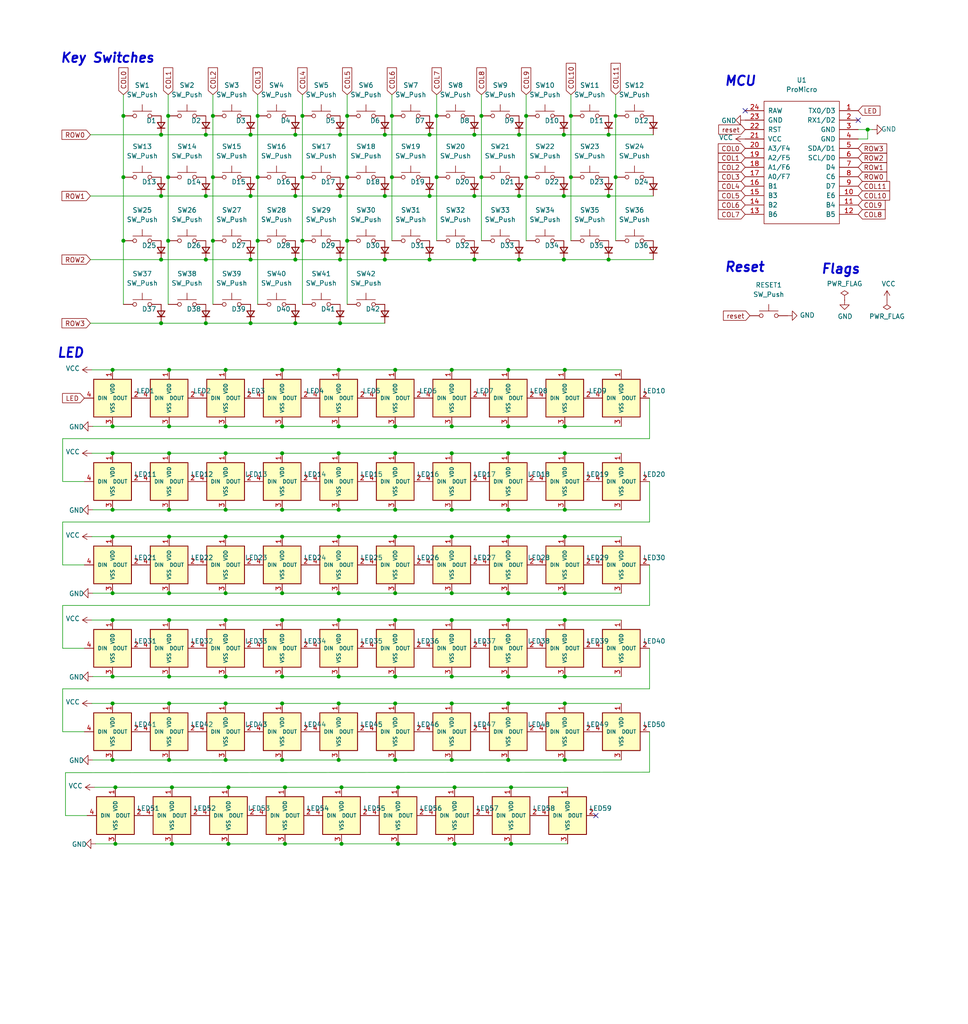
<source format=kicad_sch>
(kicad_sch (version 20211123) (generator eeschema)
  (paper "User" 260.985 275.996)
  (junction (at 106.553 204.851))
  (junction (at 43.434 52.832))
  (junction (at 67.564 52.832))
  (junction (at 121.793 159.893))
  (junction (at 91.313 144.653))
  (junction (at 91.313 204.851))
  (junction (at 115.824 69.977))
  (junction (at 107.315 212.217))
  (junction (at 121.793 167.132))
  (junction (at 137.033 137.414))
  (junction (at 103.759 52.832))
  (junction (at 137.033 122.174))
  (junction (at 76.073 144.653))
  (junction (at 60.833 122.174))
  (junction (at 60.833 204.851))
  (junction (at 137.033 167.132))
  (junction (at 91.313 167.132))
  (junction (at 152.273 189.611))
  (junction (at 141.859 47.752))
  (junction (at 76.073 159.893))
  (junction (at 127.889 36.322))
  (junction (at 106.553 189.611))
  (junction (at 79.629 36.322))
  (junction (at 30.353 144.653))
  (junction (at 30.353 122.174))
  (junction (at 122.555 212.217))
  (junction (at 121.793 182.372))
  (junction (at 91.313 114.935))
  (junction (at 45.593 114.935))
  (junction (at 33.274 31.242))
  (junction (at 91.313 182.372))
  (junction (at 164.084 52.832))
  (junction (at 45.593 167.132))
  (junction (at 60.833 182.372))
  (junction (at 93.599 47.752))
  (junction (at 57.404 64.897))
  (junction (at 45.593 99.695))
  (junction (at 152.019 52.832))
  (junction (at 60.833 167.132))
  (junction (at 76.073 137.414))
  (junction (at 43.434 36.322))
  (junction (at 152.273 99.695))
  (junction (at 33.274 64.897))
  (junction (at 121.793 137.414))
  (junction (at 30.353 204.851))
  (junction (at 152.273 114.935))
  (junction (at 45.593 122.174))
  (junction (at 121.793 114.935))
  (junction (at 57.404 31.242))
  (junction (at 153.924 47.752))
  (junction (at 76.073 189.611))
  (junction (at 127.889 69.977))
  (junction (at 91.694 52.832))
  (junction (at 152.019 69.977))
  (junction (at 61.595 212.217))
  (junction (at 121.793 144.653))
  (junction (at 152.273 122.174))
  (junction (at 122.555 227.457))
  (junction (at 106.553 167.132))
  (junction (at 55.499 87.122))
  (junction (at 233.934 34.925))
  (junction (at 137.795 227.457))
  (junction (at 139.954 52.832))
  (junction (at 91.313 189.611))
  (junction (at 92.075 227.457))
  (junction (at 46.355 212.217))
  (junction (at 79.629 69.977))
  (junction (at 91.694 69.977))
  (junction (at 43.434 87.122))
  (junction (at 55.499 69.977))
  (junction (at 152.273 182.372))
  (junction (at 69.469 31.242))
  (junction (at 137.033 182.372))
  (junction (at 76.073 114.935))
  (junction (at 91.313 122.174))
  (junction (at 60.833 99.695))
  (junction (at 152.273 204.851))
  (junction (at 76.073 99.695))
  (junction (at 127.889 52.832))
  (junction (at 115.824 52.832))
  (junction (at 137.033 114.935))
  (junction (at 137.033 99.695))
  (junction (at 106.553 144.653))
  (junction (at 106.553 122.174))
  (junction (at 76.073 182.372))
  (junction (at 30.353 167.132))
  (junction (at 164.084 36.322))
  (junction (at 103.759 36.322))
  (junction (at 117.729 31.242))
  (junction (at 106.553 159.893))
  (junction (at 105.664 31.242))
  (junction (at 93.599 31.242))
  (junction (at 79.629 87.122))
  (junction (at 60.833 159.893))
  (junction (at 92.075 212.217))
  (junction (at 30.353 159.893))
  (junction (at 165.989 31.242))
  (junction (at 31.115 212.217))
  (junction (at 152.019 36.322))
  (junction (at 76.073 122.174))
  (junction (at 93.599 64.897))
  (junction (at 45.593 144.653))
  (junction (at 45.339 31.242))
  (junction (at 81.534 64.897))
  (junction (at 60.833 144.653))
  (junction (at 105.664 47.752))
  (junction (at 91.313 159.893))
  (junction (at 45.593 189.611))
  (junction (at 45.593 204.851))
  (junction (at 46.355 227.457))
  (junction (at 153.924 31.242))
  (junction (at 60.833 137.414))
  (junction (at 45.339 64.897))
  (junction (at 121.793 204.851))
  (junction (at 33.274 47.752))
  (junction (at 164.084 69.977))
  (junction (at 45.593 159.893))
  (junction (at 137.795 212.217))
  (junction (at 30.353 137.414))
  (junction (at 137.033 189.611))
  (junction (at 106.553 137.414))
  (junction (at 30.353 182.372))
  (junction (at 57.404 47.752))
  (junction (at 137.033 159.893))
  (junction (at 43.434 69.977))
  (junction (at 55.499 52.832))
  (junction (at 31.115 227.457))
  (junction (at 141.859 31.242))
  (junction (at 115.824 36.322))
  (junction (at 106.553 99.695))
  (junction (at 152.273 137.414))
  (junction (at 60.833 189.611))
  (junction (at 91.313 99.695))
  (junction (at 137.033 204.851))
  (junction (at 67.564 87.122))
  (junction (at 76.073 204.851))
  (junction (at 103.759 69.977))
  (junction (at 30.353 99.695))
  (junction (at 152.273 144.653))
  (junction (at 152.273 167.132))
  (junction (at 139.954 36.322))
  (junction (at 91.694 36.322))
  (junction (at 91.694 87.122))
  (junction (at 67.564 69.977))
  (junction (at 152.273 159.893))
  (junction (at 106.553 114.935))
  (junction (at 55.499 36.322))
  (junction (at 139.954 69.977))
  (junction (at 137.033 144.653))
  (junction (at 79.629 52.832))
  (junction (at 121.793 189.611))
  (junction (at 91.313 137.414))
  (junction (at 69.469 64.897))
  (junction (at 69.469 47.752))
  (junction (at 45.593 137.414))
  (junction (at 76.835 227.457))
  (junction (at 61.595 227.457))
  (junction (at 45.339 47.752))
  (junction (at 106.553 182.372))
  (junction (at 60.833 114.935))
  (junction (at 30.353 189.611))
  (junction (at 76.073 167.132))
  (junction (at 121.793 122.174))
  (junction (at 121.793 99.695))
  (junction (at 165.989 47.752))
  (junction (at 107.315 227.457))
  (junction (at 81.534 31.242))
  (junction (at 76.835 212.217))
  (junction (at 45.593 182.372))
  (junction (at 81.534 47.752))
  (junction (at 30.353 114.935))
  (junction (at 129.794 31.242))
  (junction (at 67.564 36.322))
  (junction (at 117.729 47.752))
  (junction (at 129.794 47.752))
  (no_connect (at 200.914 29.845))
  (no_connect (at 160.655 219.837))
  (no_connect (at 231.394 32.385))
  (wire (pts (xy 60.833 189.611) (xy 76.073 189.611)))
  (wire (pts (xy 129.794 47.752) (xy 129.794 64.897)))
  (wire (pts (xy 152.273 99.695) (xy 167.513 99.695)))
  (wire (pts (xy 141.859 31.242) (xy 141.859 47.752)))
  (wire (pts (xy 43.434 36.322) (xy 55.499 36.322)))
  (wire (pts (xy 30.353 122.174) (xy 45.593 122.174)))
  (wire (pts (xy 121.793 189.611) (xy 137.033 189.611)))
  (wire (pts (xy 30.353 159.893) (xy 45.593 159.893)))
  (wire (pts (xy 61.595 227.457) (xy 76.835 227.457)))
  (wire (pts (xy 152.273 167.132) (xy 167.513 167.132)))
  (wire (pts (xy 91.313 144.653) (xy 106.553 144.653)))
  (wire (pts (xy 105.664 47.752) (xy 105.664 64.897)))
  (wire (pts (xy 55.499 52.832) (xy 67.564 52.832)))
  (wire (pts (xy 152.273 159.893) (xy 167.513 159.893)))
  (wire (pts (xy 91.694 87.122) (xy 103.759 87.122)))
  (wire (pts (xy 152.273 137.414) (xy 167.513 137.414)))
  (wire (pts (xy 231.394 34.925) (xy 233.934 34.925)))
  (wire (pts (xy 106.553 159.893) (xy 121.793 159.893)))
  (wire (pts (xy 93.599 25.527) (xy 93.599 31.242)))
  (wire (pts (xy 76.835 227.457) (xy 92.075 227.457)))
  (wire (pts (xy 57.404 25.527) (xy 57.404 31.242)))
  (wire (pts (xy 175.133 152.273) (xy 175.133 163.195)))
  (wire (pts (xy 139.954 52.832) (xy 152.019 52.832)))
  (wire (pts (xy 16.891 152.273) (xy 22.733 152.273)))
  (wire (pts (xy 30.353 137.414) (xy 45.593 137.414)))
  (wire (pts (xy 25.019 159.893) (xy 30.353 159.893)))
  (wire (pts (xy 45.593 122.174) (xy 60.833 122.174)))
  (wire (pts (xy 91.313 122.174) (xy 106.553 122.174)))
  (wire (pts (xy 25.527 212.217) (xy 31.115 212.217)))
  (wire (pts (xy 106.553 137.414) (xy 121.793 137.414)))
  (wire (pts (xy 24.384 52.832) (xy 43.434 52.832)))
  (wire (pts (xy 43.434 87.122) (xy 55.499 87.122)))
  (wire (pts (xy 165.989 47.752) (xy 165.989 64.897)))
  (wire (pts (xy 67.564 36.322) (xy 79.629 36.322)))
  (wire (pts (xy 121.793 182.372) (xy 137.033 182.372)))
  (wire (pts (xy 106.553 122.174) (xy 121.793 122.174)))
  (wire (pts (xy 55.499 36.322) (xy 67.564 36.322)))
  (wire (pts (xy 76.835 212.217) (xy 92.075 212.217)))
  (wire (pts (xy 16.891 174.752) (xy 22.733 174.752)))
  (wire (pts (xy 106.553 204.851) (xy 121.793 204.851)))
  (wire (pts (xy 122.555 227.457) (xy 137.795 227.457)))
  (wire (pts (xy 24.384 87.122) (xy 43.434 87.122)))
  (wire (pts (xy 106.553 144.653) (xy 121.793 144.653)))
  (wire (pts (xy 117.729 47.752) (xy 117.729 64.897)))
  (wire (pts (xy 33.274 47.752) (xy 33.274 64.897)))
  (wire (pts (xy 115.824 36.322) (xy 127.889 36.322)))
  (wire (pts (xy 121.793 144.653) (xy 137.033 144.653)))
  (wire (pts (xy 45.593 204.851) (xy 60.833 204.851)))
  (wire (pts (xy 24.765 189.611) (xy 30.353 189.611)))
  (wire (pts (xy 25.019 182.372) (xy 30.353 182.372)))
  (wire (pts (xy 45.593 144.653) (xy 60.833 144.653)))
  (wire (pts (xy 175.133 140.716) (xy 16.891 140.716)))
  (wire (pts (xy 30.353 144.653) (xy 45.593 144.653)))
  (wire (pts (xy 122.555 212.217) (xy 137.795 212.217)))
  (wire (pts (xy 93.599 64.897) (xy 93.599 82.042)))
  (wire (pts (xy 175.133 174.752) (xy 175.133 185.674)))
  (wire (pts (xy 79.629 52.832) (xy 91.694 52.832)))
  (wire (pts (xy 30.353 182.372) (xy 45.593 182.372)))
  (wire (pts (xy 76.073 167.132) (xy 91.313 167.132)))
  (wire (pts (xy 92.075 212.217) (xy 107.315 212.217)))
  (wire (pts (xy 103.759 36.322) (xy 115.824 36.322)))
  (wire (pts (xy 69.469 47.752) (xy 69.469 64.897)))
  (wire (pts (xy 81.534 31.242) (xy 81.534 47.752)))
  (wire (pts (xy 175.133 208.153) (xy 17.653 208.28)))
  (wire (pts (xy 46.355 227.457) (xy 61.595 227.457)))
  (wire (pts (xy 16.891 197.231) (xy 22.733 197.231)))
  (wire (pts (xy 175.133 118.237) (xy 16.891 118.237)))
  (wire (pts (xy 16.891 118.237) (xy 16.891 129.794)))
  (wire (pts (xy 76.073 182.372) (xy 91.313 182.372)))
  (wire (pts (xy 45.593 137.414) (xy 60.833 137.414)))
  (wire (pts (xy 127.889 52.832) (xy 139.954 52.832)))
  (wire (pts (xy 91.694 69.977) (xy 103.759 69.977)))
  (wire (pts (xy 16.891 174.752) (xy 16.891 163.195)))
  (wire (pts (xy 17.653 219.837) (xy 23.495 219.837)))
  (wire (pts (xy 45.593 189.611) (xy 60.833 189.611)))
  (wire (pts (xy 76.073 99.695) (xy 91.313 99.695)))
  (wire (pts (xy 91.694 52.832) (xy 103.759 52.832)))
  (wire (pts (xy 115.824 52.832) (xy 127.889 52.832)))
  (wire (pts (xy 16.891 152.273) (xy 16.891 140.716)))
  (wire (pts (xy 91.313 189.611) (xy 106.553 189.611)))
  (wire (pts (xy 30.353 167.132) (xy 45.593 167.132)))
  (wire (pts (xy 31.115 212.217) (xy 46.355 212.217)))
  (wire (pts (xy 121.793 159.893) (xy 137.033 159.893)))
  (wire (pts (xy 127.889 69.977) (xy 139.954 69.977)))
  (wire (pts (xy 67.564 69.977) (xy 79.629 69.977)))
  (wire (pts (xy 175.133 163.195) (xy 16.891 163.195)))
  (wire (pts (xy 139.954 36.322) (xy 152.019 36.322)))
  (wire (pts (xy 60.833 137.414) (xy 76.073 137.414)))
  (wire (pts (xy 141.859 25.527) (xy 141.859 31.242)))
  (wire (pts (xy 76.073 114.935) (xy 91.313 114.935)))
  (wire (pts (xy 76.073 204.851) (xy 91.313 204.851)))
  (wire (pts (xy 152.019 69.977) (xy 164.084 69.977)))
  (wire (pts (xy 153.924 25.527) (xy 153.924 31.242)))
  (wire (pts (xy 76.073 144.653) (xy 91.313 144.653)))
  (wire (pts (xy 60.833 99.695) (xy 76.073 99.695)))
  (wire (pts (xy 60.833 114.935) (xy 76.073 114.935)))
  (wire (pts (xy 60.833 122.174) (xy 76.073 122.174)))
  (wire (pts (xy 175.133 107.315) (xy 175.133 118.237)))
  (wire (pts (xy 92.075 227.457) (xy 107.315 227.457)))
  (wire (pts (xy 31.115 227.457) (xy 46.355 227.457)))
  (wire (pts (xy 121.793 167.132) (xy 137.033 167.132)))
  (wire (pts (xy 33.274 25.527) (xy 33.274 31.242)))
  (wire (pts (xy 137.033 99.695) (xy 152.273 99.695)))
  (wire (pts (xy 43.434 69.977) (xy 55.499 69.977)))
  (wire (pts (xy 91.694 36.322) (xy 103.759 36.322)))
  (wire (pts (xy 45.593 159.893) (xy 60.833 159.893)))
  (wire (pts (xy 175.133 185.674) (xy 16.891 185.674)))
  (wire (pts (xy 43.434 52.832) (xy 55.499 52.832)))
  (wire (pts (xy 60.833 204.851) (xy 76.073 204.851)))
  (wire (pts (xy 93.599 47.752) (xy 93.599 64.897)))
  (wire (pts (xy 33.274 31.242) (xy 33.274 47.752)))
  (wire (pts (xy 61.595 212.217) (xy 76.835 212.217)))
  (wire (pts (xy 107.315 212.217) (xy 122.555 212.217)))
  (wire (pts (xy 141.859 47.752) (xy 141.859 64.897)))
  (wire (pts (xy 91.313 137.414) (xy 106.553 137.414)))
  (wire (pts (xy 121.793 122.174) (xy 137.033 122.174)))
  (wire (pts (xy 175.133 129.794) (xy 175.133 140.716)))
  (wire (pts (xy 152.273 189.611) (xy 167.513 189.611)))
  (wire (pts (xy 79.629 87.122) (xy 91.694 87.122)))
  (wire (pts (xy 121.793 114.935) (xy 137.033 114.935)))
  (wire (pts (xy 129.794 31.242) (xy 129.794 47.752)))
  (wire (pts (xy 137.033 114.935) (xy 152.273 114.935)))
  (wire (pts (xy 152.273 114.935) (xy 167.513 114.935)))
  (wire (pts (xy 127.889 36.322) (xy 139.954 36.322)))
  (wire (pts (xy 137.033 137.414) (xy 152.273 137.414)))
  (wire (pts (xy 60.833 144.653) (xy 76.073 144.653)))
  (wire (pts (xy 139.954 69.977) (xy 152.019 69.977)))
  (wire (pts (xy 81.534 64.897) (xy 81.534 82.042)))
  (wire (pts (xy 45.339 64.897) (xy 45.339 82.042)))
  (wire (pts (xy 67.564 52.832) (xy 79.629 52.832)))
  (wire (pts (xy 137.033 189.611) (xy 152.273 189.611)))
  (wire (pts (xy 30.353 189.611) (xy 45.593 189.611)))
  (wire (pts (xy 45.593 182.372) (xy 60.833 182.372)))
  (wire (pts (xy 16.891 197.231) (xy 16.891 185.674)))
  (wire (pts (xy 33.274 64.897) (xy 33.274 82.042)))
  (wire (pts (xy 175.133 197.231) (xy 175.133 208.153)))
  (wire (pts (xy 137.033 204.851) (xy 152.273 204.851)))
  (wire (pts (xy 60.833 167.132) (xy 76.073 167.132)))
  (wire (pts (xy 106.553 99.695) (xy 121.793 99.695)))
  (wire (pts (xy 45.593 114.935) (xy 60.833 114.935)))
  (wire (pts (xy 69.469 25.527) (xy 69.469 31.242)))
  (wire (pts (xy 79.629 69.977) (xy 91.694 69.977)))
  (wire (pts (xy 152.273 204.851) (xy 167.513 204.851)))
  (wire (pts (xy 91.313 204.851) (xy 106.553 204.851)))
  (wire (pts (xy 24.384 69.977) (xy 43.434 69.977)))
  (wire (pts (xy 24.384 36.322) (xy 43.434 36.322)))
  (wire (pts (xy 76.073 159.893) (xy 91.313 159.893)))
  (wire (pts (xy 106.553 182.372) (xy 121.793 182.372)))
  (wire (pts (xy 153.924 47.752) (xy 153.924 64.897)))
  (wire (pts (xy 45.339 25.527) (xy 45.339 31.242)))
  (wire (pts (xy 45.339 31.242) (xy 45.339 47.752)))
  (wire (pts (xy 17.653 219.837) (xy 17.653 208.28)))
  (wire (pts (xy 91.313 99.695) (xy 106.553 99.695)))
  (wire (pts (xy 25.781 227.457) (xy 31.115 227.457)))
  (wire (pts (xy 69.469 31.242) (xy 69.469 47.752)))
  (wire (pts (xy 137.033 167.132) (xy 152.273 167.132)))
  (wire (pts (xy 45.339 47.752) (xy 45.339 64.897)))
  (wire (pts (xy 57.404 64.897) (xy 57.404 82.042)))
  (wire (pts (xy 117.729 31.242) (xy 117.729 47.752)))
  (wire (pts (xy 233.934 34.925) (xy 235.204 34.925)))
  (wire (pts (xy 45.593 167.132) (xy 60.833 167.132)))
  (wire (pts (xy 152.019 36.322) (xy 164.084 36.322)))
  (wire (pts (xy 25.019 114.935) (xy 30.353 114.935)))
  (wire (pts (xy 137.795 212.217) (xy 153.035 212.217)))
  (wire (pts (xy 46.355 212.217) (xy 61.595 212.217)))
  (wire (pts (xy 81.534 25.527) (xy 81.534 31.242)))
  (wire (pts (xy 103.759 52.832) (xy 115.824 52.832)))
  (wire (pts (xy 164.084 69.977) (xy 176.149 69.977)))
  (wire (pts (xy 152.273 144.653) (xy 167.513 144.653)))
  (wire (pts (xy 106.553 167.132) (xy 121.793 167.132)))
  (wire (pts (xy 129.794 25.527) (xy 129.794 31.242)))
  (wire (pts (xy 76.073 122.174) (xy 91.313 122.174)))
  (wire (pts (xy 107.315 227.457) (xy 122.555 227.457)))
  (wire (pts (xy 121.793 137.414) (xy 137.033 137.414)))
  (wire (pts (xy 67.564 87.122) (xy 79.629 87.122)))
  (wire (pts (xy 165.989 25.527) (xy 165.989 31.242)))
  (wire (pts (xy 24.765 167.132) (xy 30.353 167.132)))
  (wire (pts (xy 60.833 159.893) (xy 76.073 159.893)))
  (wire (pts (xy 81.534 47.752) (xy 81.534 64.897)))
  (wire (pts (xy 57.404 47.752) (xy 57.404 64.897)))
  (wire (pts (xy 164.084 36.322) (xy 176.149 36.322)))
  (wire (pts (xy 91.313 167.132) (xy 106.553 167.132)))
  (wire (pts (xy 24.765 122.174) (xy 30.353 122.174)))
  (wire (pts (xy 152.273 182.372) (xy 167.513 182.372)))
  (wire (pts (xy 152.273 122.174) (xy 167.513 122.174)))
  (wire (pts (xy 121.793 204.851) (xy 137.033 204.851)))
  (wire (pts (xy 25.019 137.414) (xy 30.353 137.414)))
  (wire (pts (xy 76.073 137.414) (xy 91.313 137.414)))
  (wire (pts (xy 93.599 31.242) (xy 93.599 47.752)))
  (wire (pts (xy 79.629 36.322) (xy 91.694 36.322)))
  (wire (pts (xy 121.793 99.695) (xy 137.033 99.695)))
  (wire (pts (xy 233.934 37.465) (xy 233.934 34.925)))
  (wire (pts (xy 55.499 69.977) (xy 67.564 69.977)))
  (wire (pts (xy 24.765 99.695) (xy 30.353 99.695)))
  (wire (pts (xy 165.989 31.242) (xy 165.989 47.752)))
  (wire (pts (xy 30.353 204.851) (xy 45.593 204.851)))
  (wire (pts (xy 106.553 114.935) (xy 121.793 114.935)))
  (wire (pts (xy 91.313 114.935) (xy 106.553 114.935)))
  (wire (pts (xy 164.084 52.832) (xy 176.149 52.832)))
  (wire (pts (xy 106.553 189.611) (xy 121.793 189.611)))
  (wire (pts (xy 231.394 37.465) (xy 233.934 37.465)))
  (wire (pts (xy 57.404 31.242) (xy 57.404 47.752)))
  (wire (pts (xy 117.729 25.527) (xy 117.729 31.242)))
  (wire (pts (xy 24.765 144.653) (xy 30.353 144.653)))
  (wire (pts (xy 137.033 144.653) (xy 152.273 144.653)))
  (wire (pts (xy 60.833 182.372) (xy 76.073 182.372)))
  (wire (pts (xy 137.033 122.174) (xy 152.273 122.174)))
  (wire (pts (xy 115.824 69.977) (xy 127.889 69.977)))
  (wire (pts (xy 30.353 99.695) (xy 45.593 99.695)))
  (wire (pts (xy 105.664 31.242) (xy 105.664 47.752)))
  (wire (pts (xy 30.353 114.935) (xy 45.593 114.935)))
  (wire (pts (xy 137.033 182.372) (xy 152.273 182.372)))
  (wire (pts (xy 91.313 159.893) (xy 106.553 159.893)))
  (wire (pts (xy 76.073 189.611) (xy 91.313 189.611)))
  (wire (pts (xy 137.795 227.457) (xy 153.035 227.457)))
  (wire (pts (xy 105.664 25.527) (xy 105.664 31.242)))
  (wire (pts (xy 137.033 159.893) (xy 152.273 159.893)))
  (wire (pts (xy 45.593 99.695) (xy 60.833 99.695)))
  (wire (pts (xy 69.469 64.897) (xy 69.469 82.042)))
  (wire (pts (xy 153.924 31.242) (xy 153.924 47.752)))
  (wire (pts (xy 16.891 129.794) (xy 22.733 129.794)))
  (wire (pts (xy 91.313 182.372) (xy 106.553 182.372)))
  (wire (pts (xy 55.499 87.122) (xy 67.564 87.122)))
  (wire (pts (xy 152.019 52.832) (xy 164.084 52.832)))
  (wire (pts (xy 25.019 204.851) (xy 30.353 204.851)))
  (wire (pts (xy 103.759 69.977) (xy 115.824 69.977)))
  (text "LED" (at 15.24 96.774 0) (effects (font (size 2.54 2.54) (thickness 0.508) bold italic) (justify left bottom)))
  (text "Flags" (at 221.234 74.168 0) (effects (font (size 2.54 2.54) (thickness 0.508) bold italic) (justify left bottom)))
  (text "MCU" (at 195.199 23.495 0) (effects (font (size 2.54 2.54) (thickness 0.508) bold italic) (justify left bottom)))
  (text "Reset" (at 195.199 73.66 0) (effects (font (size 2.54 2.54) (thickness 0.508) bold italic) (justify left bottom)))
  (text "Key Switches" (at 16.129 17.272 0) (effects (font (size 2.54 2.54) (thickness 0.508) bold italic) (justify left bottom)))
  (global_label "COL3" (shape input) (at 69.469 25.527 90) (property "Intersheet References" "${INTERSHEET_REFS}" (effects hide)))
  (global_label "ROW2" (shape input) (at 231.394 42.545 0) (property "Intersheet References" "${INTERSHEET_REFS}" (effects hide)))
  (global_label "ROW0" (shape input) (at 231.394 47.625 0) (property "Intersheet References" "${INTERSHEET_REFS}" (effects hide)))
  (global_label "COL0" (shape input) (at 200.914 40.005 180) (property "Intersheet References" "${INTERSHEET_REFS}" (effects hide)))
  (global_label "COL10" (shape input) (at 153.924 25.527 90) (property "Intersheet References" "${INTERSHEET_REFS}" (effects hide)))
  (global_label "ROW1" (shape input) (at 231.394 45.085 0) (property "Intersheet References" "${INTERSHEET_REFS}" (effects hide)))
  (global_label "ROW1" (shape input) (at 24.384 52.832 180) (property "Intersheet References" "${INTERSHEET_REFS}" (effects hide)))
  (global_label "COL4" (shape input) (at 81.534 25.527 90) (property "Intersheet References" "${INTERSHEET_REFS}" (effects hide)))
  (global_label "COL5" (shape input) (at 93.599 25.527 90) (property "Intersheet References" "${INTERSHEET_REFS}" (effects hide)))
  (global_label "COL4" (shape input) (at 200.914 50.165 180) (property "Intersheet References" "${INTERSHEET_REFS}" (effects hide)))
  (global_label "COL2" (shape input) (at 57.404 25.527 90) (property "Intersheet References" "${INTERSHEET_REFS}" (effects hide)))
  (global_label "COL6" (shape input) (at 200.914 55.245 180) (property "Intersheet References" "${INTERSHEET_REFS}" (effects hide)))
  (global_label "reset" (shape input) (at 202.184 85.09 180) (property "シート間のリファレンス" "${INTERSHEET_REFS}" (effects hide)))
  (global_label "COL7" (shape input) (at 200.914 57.785 180) (property "Intersheet References" "${INTERSHEET_REFS}" (effects hide)))
  (global_label "LED" (shape input) (at 231.394 29.845 0) (property "シート間のリファレンス" "${INTERSHEET_REFS}" (effects hide)))
  (global_label "COL9" (shape input) (at 231.394 55.245 0) (property "Intersheet References" "${INTERSHEET_REFS}" (effects hide)))
  (global_label "COL2" (shape input) (at 200.914 45.085 180) (property "Intersheet References" "${INTERSHEET_REFS}" (effects hide)))
  (global_label "COL0" (shape input) (at 33.274 25.527 90) (property "Intersheet References" "${INTERSHEET_REFS}" (effects hide)))
  (global_label "ROW3" (shape input) (at 231.394 40.005 0) (property "Intersheet References" "${INTERSHEET_REFS}" (effects hide)))
  (global_label "COL11" (shape input) (at 165.989 25.527 90) (property "Intersheet References" "${INTERSHEET_REFS}" (effects hide)))
  (global_label "COL8" (shape input) (at 129.794 25.527 90) (property "Intersheet References" "${INTERSHEET_REFS}" (effects hide)))
  (global_label "ROW0" (shape input) (at 24.384 36.322 180) (property "Intersheet References" "${INTERSHEET_REFS}" (effects hide)))
  (global_label "COL5" (shape input) (at 200.914 52.705 180) (property "Intersheet References" "${INTERSHEET_REFS}" (effects hide)))
  (global_label "reset" (shape input) (at 200.914 34.925 180) (property "シート間のリファレンス" "${INTERSHEET_REFS}" (effects hide)))
  (global_label "COL8" (shape input) (at 231.394 57.785 0) (property "Intersheet References" "${INTERSHEET_REFS}" (effects hide)))
  (global_label "COL1" (shape input) (at 200.914 42.545 180) (property "Intersheet References" "${INTERSHEET_REFS}" (effects hide)))
  (global_label "COL6" (shape input) (at 105.664 25.527 90) (property "Intersheet References" "${INTERSHEET_REFS}" (effects hide)))
  (global_label "COL11" (shape input) (at 231.394 50.165 0) (property "Intersheet References" "${INTERSHEET_REFS}" (effects hide)))
  (global_label "COL9" (shape input) (at 141.859 25.527 90) (property "Intersheet References" "${INTERSHEET_REFS}" (effects hide)))
  (global_label "COL3" (shape input) (at 200.914 47.625 180) (property "Intersheet References" "${INTERSHEET_REFS}" (effects hide)))
  (global_label "ROW2" (shape input) (at 24.384 69.977 180) (property "Intersheet References" "${INTERSHEET_REFS}" (effects hide)))
  (global_label "COL7" (shape input) (at 117.729 25.527 90) (property "Intersheet References" "${INTERSHEET_REFS}" (effects hide)))
  (global_label "LED" (shape input) (at 22.733 107.315 180) (property "シート間のリファレンス" "${INTERSHEET_REFS}" (effects hide)))
  (global_label "COL10" (shape input) (at 231.394 52.705 0) (property "Intersheet References" "${INTERSHEET_REFS}" (effects hide)))
  (global_label "ROW3" (shape input) (at 24.384 87.122 180) (property "Intersheet References" "${INTERSHEET_REFS}" (effects hide)))
  (global_label "COL1" (shape input) (at 45.339 25.527 90) (property "Intersheet References" "${INTERSHEET_REFS}" (effects hide)))
  (symbol (lib_id "Noraneko:SK6812MINI-E") (at 45.593 129.794 0) (unit 1)
    (property "Reference" "LED12" (at 54.483 127.8496 0))
    (property "Value" "SK6812MINI-E" (effects hide))
    (property "Footprint" "Noraneko:SK6812MINI-E" (effects hide))
  )
  (symbol (lib_id "Device:D_Small") (at 43.434 84.582 90) (unit 1)
    (property "Reference" "D37" (at 42.164 83.312 90) (effects (justify left)))
    (property "Value" "D" (effects hide))
    (property "Footprint" "Noraneko:1N4148W" (effects hide))
    (property "LCSC" "C81598" (effects hide))
  )
  (symbol (lib_id "Switch:SW_Push") (at 50.419 82.042 0) (unit 1)
    (property "Reference" "SW38" (at 50.419 73.787 0))
    (property "Value" "SW_Push" (at 50.419 76.327 0))
    (property "Footprint" "Noraneko:MX_Socket" (effects hide))
  )
  (symbol (lib_id "Switch:SW_Push") (at 74.549 64.897 0) (unit 1)
    (property "Reference" "SW28" (at 74.549 56.642 0))
    (property "Value" "SW_Push" (at 74.549 59.182 0))
    (property "Footprint" "Noraneko:MX_Socket" (effects hide))
  )
  (symbol (lib_id "Switch:SW_Push") (at 50.419 47.752 0) (unit 1)
    (property "Reference" "SW14" (at 50.419 39.497 0))
    (property "Value" "SW_Push" (at 50.419 42.037 0))
    (property "Footprint" "Noraneko:MX_Socket" (effects hide))
  )
  (symbol (lib_id "Noraneko:SK6812MINI-E") (at 45.593 107.315 0) (unit 1)
    (property "Reference" "LED2" (at 54.483 105.3706 0))
    (property "Value" "SK6812MINI-E" (effects hide))
    (property "Footprint" "Noraneko:SK6812MINI-E" (effects hide))
  )
  (symbol (lib_id "Switch:SW_Push") (at 122.809 64.897 0) (unit 1)
    (property "Reference" "SW32" (at 122.809 56.642 0))
    (property "Value" "SW_Push" (at 122.809 59.182 0))
    (property "Footprint" "Noraneko:MX_Socket" (effects hide))
  )
  (symbol (lib_id "Noraneko:ProMicro") (at 216.154 45.085 0) (unit 1)
    (property "Reference" "U1" (at 216.154 21.59 0))
    (property "Value" "ProMicro" (at 216.154 24.13 0))
    (property "Footprint" "Noraneko:Pro_Micro" (effects hide))
  )
  (symbol (lib_id "Noraneko:SK6812MINI-E") (at 106.553 174.752 0) (unit 1)
    (property "Reference" "LED36" (at 115.443 172.8076 0))
    (property "Value" "SK6812MINI-E" (effects hide))
    (property "Footprint" "Noraneko:SK6812MINI-E" (effects hide))
  )
  (symbol (lib_id "Noraneko:SK6812MINI-E") (at 76.073 107.315 0) (unit 1)
    (property "Reference" "LED4" (at 84.963 105.3706 0))
    (property "Value" "SK6812MINI-E" (effects hide))
    (property "Footprint" "Noraneko:SK6812MINI-E" (effects hide))
  )
  (symbol (lib_id "Noraneko:SK6812MINI-E") (at 121.793 129.794 0) (unit 1)
    (property "Reference" "LED17" (at 130.683 127.8496 0))
    (property "Value" "SK6812MINI-E" (effects hide))
    (property "Footprint" "Noraneko:SK6812MINI-E" (effects hide))
  )
  (symbol (lib_id "Noraneko:SK6812MINI-E") (at 91.313 174.752 0) (unit 1)
    (property "Reference" "LED35" (at 100.203 172.8076 0))
    (property "Value" "SK6812MINI-E" (effects hide))
    (property "Footprint" "Noraneko:SK6812MINI-E" (effects hide))
  )
  (symbol (lib_id "Noraneko:SK6812MINI-E") (at 167.513 174.752 0) (unit 1)
    (property "Reference" "LED40" (at 176.403 172.8076 0))
    (property "Value" "SK6812MINI-E" (effects hide))
    (property "Footprint" "Noraneko:SK6812MINI-E" (effects hide))
  )
  (symbol (lib_id "Switch:SW_Push") (at 171.069 31.242 0) (unit 1)
    (property "Reference" "SW12" (at 171.069 22.987 0))
    (property "Value" "SW_Push" (at 171.069 25.527 0))
    (property "Footprint" "Noraneko:MX_Socket" (effects hide))
  )
  (symbol (lib_id "power:GND") (at 25.019 114.935 270) (unit 1)
    (property "Reference" "#PWR08" (effects hide))
    (property "Value" "GND" (at 20.6248 115.062 90))
  )
  (symbol (lib_id "Switch:SW_Push") (at 50.419 64.897 0) (unit 1)
    (property "Reference" "SW26" (at 50.419 56.642 0))
    (property "Value" "SW_Push" (at 50.419 59.182 0))
    (property "Footprint" "Noraneko:MX_Socket" (effects hide))
  )
  (symbol (lib_id "Noraneko:SK6812MINI-E") (at 91.313 152.273 0) (unit 1)
    (property "Reference" "LED25" (at 100.203 150.3286 0))
    (property "Value" "SK6812MINI-E" (effects hide))
    (property "Footprint" "Noraneko:SK6812MINI-E" (effects hide))
  )
  (symbol (lib_id "Switch:SW_Push") (at 38.354 47.752 0) (unit 1)
    (property "Reference" "SW13" (at 38.354 39.497 0))
    (property "Value" "SW_Push" (at 38.354 42.037 0))
    (property "Footprint" "Noraneko:MX_Socket" (effects hide))
  )
  (symbol (lib_id "Noraneko:SK6812MINI-E") (at 76.073 174.752 0) (unit 1)
    (property "Reference" "LED34" (at 84.963 172.8076 0))
    (property "Value" "SK6812MINI-E" (effects hide))
    (property "Footprint" "Noraneko:SK6812MINI-E" (effects hide))
  )
  (symbol (lib_id "Device:D_Small") (at 176.149 33.782 90) (unit 1)
    (property "Reference" "D12" (at 174.879 32.512 90) (effects (justify left)))
    (property "Value" "D" (effects hide))
    (property "Footprint" "Noraneko:1N4148W" (effects hide))
    (property "LCSC" "C81598" (effects hide))
  )
  (symbol (lib_id "Noraneko:SK6812MINI-E") (at 107.315 219.837 0) (unit 1)
    (property "Reference" "LED56" (at 116.205 217.8926 0))
    (property "Value" "SK6812MINI-E" (effects hide))
    (property "Footprint" "Noraneko:SK6812MINI-E" (effects hide))
  )
  (symbol (lib_id "Device:D_Small") (at 164.084 67.437 90) (unit 1)
    (property "Reference" "D35" (at 162.814 66.167 90) (effects (justify left)))
    (property "Value" "D" (effects hide))
    (property "Footprint" "Noraneko:1N4148W" (effects hide))
    (property "LCSC" "C81598" (effects hide))
  )
  (symbol (lib_id "Noraneko:SK6812MINI-E") (at 60.833 174.752 0) (unit 1)
    (property "Reference" "LED33" (at 69.088 172.8076 0))
    (property "Value" "SK6812MINI-E" (effects hide))
    (property "Footprint" "Noraneko:SK6812MINI-E" (effects hide))
  )
  (symbol (lib_id "Device:D_Small") (at 176.149 67.437 90) (unit 1)
    (property "Reference" "D36" (at 174.879 66.167 90) (effects (justify left)))
    (property "Value" "D" (effects hide))
    (property "Footprint" "Noraneko:1N4148W" (effects hide))
    (property "LCSC" "C81598" (effects hide))
  )
  (symbol (lib_id "Switch:SW_Push") (at 134.874 31.242 0) (unit 1)
    (property "Reference" "SW9" (at 134.874 22.987 0))
    (property "Value" "SW_Push" (at 134.874 25.527 0))
    (property "Footprint" "Noraneko:MX_Socket" (effects hide))
  )
  (symbol (lib_id "Device:D_Small") (at 152.019 33.782 90) (unit 1)
    (property "Reference" "D10" (at 150.749 32.512 90) (effects (justify left)))
    (property "Value" "D" (effects hide))
    (property "Footprint" "Noraneko:1N4148W" (effects hide))
    (property "LCSC" "C81598" (effects hide))
  )
  (symbol (lib_id "power:GND") (at 25.019 159.893 270) (unit 1)
    (property "Reference" "#PWR012" (effects hide))
    (property "Value" "GND" (at 20.6248 160.02 90))
  )
  (symbol (lib_id "Noraneko:SK6812MINI-E") (at 91.313 107.315 0) (unit 1)
    (property "Reference" "LED5" (at 100.203 105.3706 0))
    (property "Value" "SK6812MINI-E" (effects hide))
    (property "Footprint" "Noraneko:SK6812MINI-E" (effects hide))
  )
  (symbol (lib_id "Switch:SW_Push") (at 86.614 47.752 0) (unit 1)
    (property "Reference" "SW17" (at 86.614 39.497 0))
    (property "Value" "SW_Push" (at 86.614 42.037 0))
    (property "Footprint" "Noraneko:MX_Socket" (effects hide))
  )
  (symbol (lib_id "Noraneko:SK6812MINI-E") (at 45.593 174.752 0) (unit 1)
    (property "Reference" "LED32" (at 54.483 172.8076 0))
    (property "Value" "SK6812MINI-E" (effects hide))
    (property "Footprint" "Noraneko:SK6812MINI-E" (effects hide))
  )
  (symbol (lib_id "Device:D_Small") (at 43.434 50.292 90) (unit 1)
    (property "Reference" "D13" (at 42.164 49.022 90) (effects (justify left)))
    (property "Value" "D" (effects hide))
    (property "Footprint" "Noraneko:1N4148W" (effects hide))
    (property "LCSC" "C81598" (effects hide))
  )
  (symbol (lib_id "Noraneko:SK6812MINI-E") (at 152.273 129.794 0) (unit 1)
    (property "Reference" "LED19" (at 161.163 127.8496 0))
    (property "Value" "SK6812MINI-E" (effects hide))
    (property "Footprint" "Noraneko:SK6812MINI-E" (effects hide))
  )
  (symbol (lib_id "power:PWR_FLAG") (at 227.711 80.899 0) (unit 1)
    (property "Reference" "#FLG01" (effects hide))
    (property "Value" "PWR_FLAG" (at 227.711 76.4794 0))
  )
  (symbol (lib_id "Switch:SW_Push") (at 171.069 64.897 0) (unit 1)
    (property "Reference" "SW36" (at 171.069 56.642 0))
    (property "Value" "SW_Push" (at 171.069 59.182 0))
    (property "Footprint" "Noraneko:MX_Socket" (effects hide))
  )
  (symbol (lib_id "power:VCC") (at 24.765 189.611 90) (unit 1)
    (property "Reference" "#PWR015" (effects hide))
    (property "Value" "VCC" (at 21.5392 189.23 90) (effects (justify left)))
  )
  (symbol (lib_id "Device:D_Small") (at 67.564 67.437 90) (unit 1)
    (property "Reference" "D27" (at 66.294 66.167 90) (effects (justify left)))
    (property "Value" "D" (effects hide))
    (property "Footprint" "Noraneko:1N4148W" (effects hide))
    (property "LCSC" "C81598" (effects hide))
  )
  (symbol (lib_id "Noraneko:SK6812MINI-E") (at 152.273 174.752 0) (unit 1)
    (property "Reference" "LED39" (at 161.163 172.8076 0))
    (property "Value" "SK6812MINI-E" (effects hide))
    (property "Footprint" "Noraneko:SK6812MINI-E" (effects hide))
  )
  (symbol (lib_id "Noraneko:SK6812MINI-E") (at 137.033 107.315 0) (unit 1)
    (property "Reference" "LED8" (at 145.288 105.3706 0))
    (property "Value" "SK6812MINI-E" (effects hide))
    (property "Footprint" "Noraneko:SK6812MINI-E" (effects hide))
  )
  (symbol (lib_id "Switch:SW_Push") (at 86.614 64.897 0) (unit 1)
    (property "Reference" "SW29" (at 86.614 56.642 0))
    (property "Value" "SW_Push" (at 86.614 59.182 0))
    (property "Footprint" "Noraneko:MX_Socket" (effects hide))
  )
  (symbol (lib_id "Noraneko:SK6812MINI-E") (at 45.593 152.273 0) (unit 1)
    (property "Reference" "LED22" (at 54.483 150.3286 0))
    (property "Value" "SK6812MINI-E" (effects hide))
    (property "Footprint" "Noraneko:SK6812MINI-E" (effects hide))
  )
  (symbol (lib_id "Noraneko:SK6812MINI-E") (at 121.793 152.273 0) (unit 1)
    (property "Reference" "LED27" (at 130.683 150.3286 0))
    (property "Value" "SK6812MINI-E" (effects hide))
    (property "Footprint" "Noraneko:SK6812MINI-E" (effects hide))
  )
  (symbol (lib_id "Switch:SW_Push") (at 146.939 64.897 0) (unit 1)
    (property "Reference" "SW34" (at 146.939 56.642 0))
    (property "Value" "SW_Push" (at 146.939 59.182 0))
    (property "Footprint" "Noraneko:MX_Socket" (effects hide))
  )
  (symbol (lib_id "Switch:SW_Push") (at 110.744 64.897 0) (unit 1)
    (property "Reference" "SW31" (at 110.744 56.642 0))
    (property "Value" "SW_Push" (at 110.744 59.182 0))
    (property "Footprint" "Noraneko:MX_Socket" (effects hide))
  )
  (symbol (lib_id "Noraneko:SK6812MINI-E") (at 91.313 197.231 0) (unit 1)
    (property "Reference" "LED45" (at 100.203 195.2866 0))
    (property "Value" "SK6812MINI-E" (effects hide))
    (property "Footprint" "Noraneko:SK6812MINI-E" (effects hide))
  )
  (symbol (lib_id "power:GND") (at 25.019 137.414 270) (unit 1)
    (property "Reference" "#PWR010" (effects hide))
    (property "Value" "GND" (at 20.6248 137.541 90))
  )
  (symbol (lib_id "Noraneko:SK6812MINI-E") (at 76.073 152.273 0) (unit 1)
    (property "Reference" "LED24" (at 84.963 150.3286 0))
    (property "Value" "SK6812MINI-E" (effects hide))
    (property "Footprint" "Noraneko:SK6812MINI-E" (effects hide))
  )
  (symbol (lib_id "Noraneko:SK6812MINI-E") (at 76.073 197.231 0) (unit 1)
    (property "Reference" "LED44" (at 84.963 195.2866 0))
    (property "Value" "SK6812MINI-E" (effects hide))
    (property "Footprint" "Noraneko:SK6812MINI-E" (effects hide))
  )
  (symbol (lib_id "Switch:SW_Push") (at 62.484 82.042 0) (unit 1)
    (property "Reference" "SW39" (at 62.484 73.787 0))
    (property "Value" "SW_Push" (at 62.484 76.327 0))
    (property "Footprint" "Noraneko:MX_Socket" (effects hide))
  )
  (symbol (lib_id "power:VCC") (at 24.765 144.653 90) (unit 1)
    (property "Reference" "#PWR011" (effects hide))
    (property "Value" "VCC" (at 21.5392 144.272 90) (effects (justify left)))
  )
  (symbol (lib_id "Noraneko:SK6812MINI-E") (at 106.553 107.315 0) (unit 1)
    (property "Reference" "LED6" (at 115.443 105.3706 0))
    (property "Value" "SK6812MINI-E" (effects hide))
    (property "Footprint" "Noraneko:SK6812MINI-E" (effects hide))
  )
  (symbol (lib_id "Switch:SW_Push") (at 74.549 47.752 0) (unit 1)
    (property "Reference" "SW16" (at 74.549 39.497 0))
    (property "Value" "SW_Push" (at 74.549 42.037 0))
    (property "Footprint" "Noraneko:MX_Socket" (effects hide))
  )
  (symbol (lib_id "Noraneko:SK6812MINI-E") (at 106.553 152.273 0) (unit 1)
    (property "Reference" "LED26" (at 115.443 150.3286 0))
    (property "Value" "SK6812MINI-E" (effects hide))
    (property "Footprint" "Noraneko:SK6812MINI-E" (effects hide))
  )
  (symbol (lib_id "Device:D_Small") (at 67.564 33.782 90) (unit 1)
    (property "Reference" "D3" (at 66.294 32.512 90) (effects (justify left)))
    (property "Value" "D" (effects hide))
    (property "Footprint" "Noraneko:1N4148W" (effects hide))
    (property "LCSC" "C81598" (effects hide))
  )
  (symbol (lib_id "Noraneko:SK6812MINI-E") (at 106.553 129.794 0) (unit 1)
    (property "Reference" "LED16" (at 115.443 127.8496 0))
    (property "Value" "SK6812MINI-E" (effects hide))
    (property "Footprint" "Noraneko:SK6812MINI-E" (effects hide))
  )
  (symbol (lib_id "Switch:SW_Push") (at 62.484 64.897 0) (unit 1)
    (property "Reference" "SW27" (at 62.484 56.642 0))
    (property "Value" "SW_Push" (at 62.484 59.182 0))
    (property "Footprint" "Noraneko:MX_Socket" (effects hide))
  )
  (symbol (lib_id "Switch:SW_Push") (at 134.874 47.752 0) (unit 1)
    (property "Reference" "SW21" (at 134.874 39.497 0))
    (property "Value" "SW_Push" (at 134.874 42.037 0))
    (property "Footprint" "Noraneko:MX_Socket" (effects hide))
  )
  (symbol (lib_id "Noraneko:SK6812MINI-E") (at 121.793 197.231 0) (unit 1)
    (property "Reference" "LED47" (at 130.683 195.2866 0))
    (property "Value" "SK6812MINI-E" (effects hide))
    (property "Footprint" "Noraneko:SK6812MINI-E" (effects hide))
  )
  (symbol (lib_id "Noraneko:SK6812MINI-E") (at 152.273 197.231 0) (unit 1)
    (property "Reference" "LED49" (at 161.163 195.2866 0))
    (property "Value" "SK6812MINI-E" (effects hide))
    (property "Footprint" "Noraneko:SK6812MINI-E" (effects hide))
  )
  (symbol (lib_id "power:GND") (at 25.781 227.457 270) (unit 1)
    (property "Reference" "#PWR018" (effects hide))
    (property "Value" "GND" (at 21.3868 227.584 90))
  )
  (symbol (lib_id "power:GND") (at 200.914 32.385 270) (unit 1)
    (property "Reference" "#PWR01" (effects hide))
    (property "Value" "GND" (at 196.5198 32.512 90))
  )
  (symbol (lib_id "power:GND") (at 235.204 34.925 90) (unit 1)
    (property "Reference" "#PWR02" (effects hide))
    (property "Value" "GND" (at 239.5982 34.798 90))
  )
  (symbol (lib_id "Switch:SW_Push") (at 159.004 64.897 0) (unit 1)
    (property "Reference" "SW35" (at 159.004 56.642 0))
    (property "Value" "SW_Push" (at 159.004 59.182 0))
    (property "Footprint" "Noraneko:MX_Socket" (effects hide))
  )
  (symbol (lib_id "Switch:SW_Push") (at 98.679 31.242 0) (unit 1)
    (property "Reference" "SW6" (at 98.679 22.987 0))
    (property "Value" "SW_Push" (at 98.679 25.527 0))
    (property "Footprint" "Noraneko:MX_Socket" (effects hide))
  )
  (symbol (lib_id "power:GND") (at 25.019 204.851 270) (unit 1)
    (property "Reference" "#PWR016" (effects hide))
    (property "Value" "GND" (at 20.6248 204.978 90))
  )
  (symbol (lib_id "Switch:SW_Push") (at 74.549 82.042 0) (unit 1)
    (property "Reference" "SW40" (at 74.549 73.787 0))
    (property "Value" "SW_Push" (at 74.549 76.327 0))
    (property "Footprint" "Noraneko:MX_Socket" (effects hide))
  )
  (symbol (lib_id "Switch:SW_Push") (at 62.484 31.242 0) (unit 1)
    (property "Reference" "SW3" (at 62.484 22.987 0))
    (property "Value" "SW_Push" (at 62.484 25.527 0))
    (property "Footprint" "Noraneko:MX_Socket" (effects hide))
  )
  (symbol (lib_id "Switch:SW_Push") (at 38.354 82.042 0) (unit 1)
    (property "Reference" "SW37" (at 38.354 73.787 0))
    (property "Value" "SW_Push" (at 38.354 76.327 0))
    (property "Footprint" "Noraneko:MX_Socket" (effects hide))
  )
  (symbol (lib_id "Device:D_Small") (at 127.889 67.437 90) (unit 1)
    (property "Reference" "D32" (at 126.619 66.167 90) (effects (justify left)))
    (property "Value" "D" (effects hide))
    (property "Footprint" "Noraneko:1N4148W" (effects hide))
    (property "LCSC" "C81598" (effects hide))
  )
  (symbol (lib_id "Noraneko:SK6812MINI-E") (at 76.835 219.837 0) (unit 1)
    (property "Reference" "LED54" (at 85.725 217.8926 0))
    (property "Value" "SK6812MINI-E" (effects hide))
    (property "Footprint" "Noraneko:SK6812MINI-E" (effects hide))
  )
  (symbol (lib_id "Device:D_Small") (at 139.954 33.782 90) (unit 1)
    (property "Reference" "D9" (at 138.684 32.512 90) (effects (justify left)))
    (property "Value" "D" (effects hide))
    (property "Footprint" "Noraneko:1N4148W" (effects hide))
    (property "LCSC" "C81598" (effects hide))
  )
  (symbol (lib_id "Switch:SW_Push") (at 38.354 31.242 0) (unit 1)
    (property "Reference" "SW1" (at 38.354 22.987 0))
    (property "Value" "SW_Push" (at 38.354 25.527 0))
    (property "Footprint" "Noraneko:MX_Socket" (effects hide))
  )
  (symbol (lib_id "Noraneko:SK6812MINI-E") (at 30.353 197.231 0) (unit 1)
    (property "Reference" "LED41" (at 39.243 195.2866 0))
    (property "Value" "SK6812MINI-E" (effects hide))
    (property "Footprint" "Noraneko:SK6812MINI-E" (effects hide))
  )
  (symbol (lib_id "Device:D_Small") (at 91.694 33.782 90) (unit 1)
    (property "Reference" "D5" (at 90.424 32.512 90) (effects (justify left)))
    (property "Value" "D" (effects hide))
    (property "Footprint" "Noraneko:1N4148W" (effects hide))
    (property "LCSC" "C81598" (effects hide))
  )
  (symbol (lib_id "Device:D_Small") (at 115.824 50.292 90) (unit 1)
    (property "Reference" "D19" (at 114.554 49.022 90) (effects (justify left)))
    (property "Value" "D" (effects hide))
    (property "Footprint" "Noraneko:1N4148W" (effects hide))
    (property "LCSC" "C81598" (effects hide))
  )
  (symbol (lib_id "Device:D_Small") (at 91.694 50.292 90) (unit 1)
    (property "Reference" "D17" (at 90.424 49.022 90) (effects (justify left)))
    (property "Value" "D" (effects hide))
    (property "Footprint" "Noraneko:1N4148W" (effects hide))
    (property "LCSC" "C81598" (effects hide))
  )
  (symbol (lib_id "power:VCC") (at 24.765 167.132 90) (unit 1)
    (property "Reference" "#PWR013" (effects hide))
    (property "Value" "VCC" (at 21.5392 166.751 90) (effects (justify left)))
  )
  (symbol (lib_id "Switch:SW_Push") (at 146.939 31.242 0) (unit 1)
    (property "Reference" "SW10" (at 146.939 22.987 0))
    (property "Value" "SW_Push" (at 146.939 25.527 0))
    (property "Footprint" "Noraneko:MX_Socket" (effects hide))
  )
  (symbol (lib_id "Device:D_Small") (at 176.149 50.292 90) (unit 1)
    (property "Reference" "D24" (at 174.879 49.022 90) (effects (justify left)))
    (property "Value" "D" (effects hide))
    (property "Footprint" "Noraneko:1N4148W" (effects hide))
    (property "LCSC" "C81598" (effects hide))
  )
  (symbol (lib_id "power:GND") (at 212.344 85.09 90) (unit 1)
    (property "Reference" "#PWR06" (effects hide))
    (property "Value" "GND" (at 215.5952 84.963 90) (effects (justify right)))
  )
  (symbol (lib_id "Device:D_Small") (at 43.434 33.782 90) (unit 1)
    (property "Reference" "D1" (at 42.164 32.512 90) (effects (justify left)))
    (property "Value" "D" (effects hide))
    (property "Footprint" "Noraneko:1N4148W" (effects hide))
    (property "LCSC" "C81598" (effects hide))
  )
  (symbol (lib_id "Switch:SW_Push") (at 86.614 82.042 0) (unit 1)
    (property "Reference" "SW41" (at 86.614 73.787 0))
    (property "Value" "SW_Push" (at 86.614 76.327 0))
    (property "Footprint" "Noraneko:MX_Socket" (effects hide))
  )
  (symbol (lib_id "Device:D_Small") (at 127.889 50.292 90) (unit 1)
    (property "Reference" "D20" (at 126.619 49.022 90) (effects (justify left)))
    (property "Value" "D" (effects hide))
    (property "Footprint" "Noraneko:1N4148W" (effects hide))
    (property "LCSC" "C81598" (effects hide))
  )
  (symbol (lib_id "power:PWR_FLAG") (at 239.141 80.899 180) (unit 1)
    (property "Reference" "#FLG02" (effects hide))
    (property "Value" "PWR_FLAG" (at 239.141 85.2932 0))
  )
  (symbol (lib_id "power:VCC") (at 239.141 80.899 0) (unit 1)
    (property "Reference" "#PWR05" (effects hide))
    (property "Value" "VCC" (at 239.5728 76.5048 0))
  )
  (symbol (lib_id "Switch:SW_Push") (at 38.354 64.897 0) (unit 1)
    (property "Reference" "SW25" (at 38.354 56.642 0))
    (property "Value" "SW_Push" (at 38.354 59.182 0))
    (property "Footprint" "Noraneko:MX_Socket" (effects hide))
  )
  (symbol (lib_id "Noraneko:SK6812MINI-E") (at 122.555 219.837 0) (unit 1)
    (property "Reference" "LED57" (at 131.445 217.8926 0))
    (property "Value" "SK6812MINI-E" (effects hide))
    (property "Footprint" "Noraneko:SK6812MINI-E" (effects hide))
  )
  (symbol (lib_id "power:VCC") (at 25.527 212.217 90) (unit 1)
    (property "Reference" "#PWR017" (effects hide))
    (property "Value" "VCC" (at 22.3012 211.836 90) (effects (justify left)))
  )
  (symbol (lib_id "Noraneko:SK6812MINI-E") (at 137.795 219.837 0) (unit 1)
    (property "Reference" "LED58" (at 146.685 217.8926 0))
    (property "Value" "SK6812MINI-E" (effects hide))
    (property "Footprint" "Noraneko:SK6812MINI-E" (effects hide))
  )
  (symbol (lib_id "Noraneko:SK6812MINI-E") (at 30.353 107.315 0) (unit 1)
    (property "Reference" "LED1" (at 39.243 105.3706 0))
    (property "Value" "SK6812MINI-E" (effects hide))
    (property "Footprint" "Noraneko:SK6812MINI-E" (effects hide))
  )
  (symbol (lib_id "power:GND") (at 25.019 182.372 270) (unit 1)
    (property "Reference" "#PWR014" (effects hide))
    (property "Value" "GND" (at 20.6248 182.499 90))
  )
  (symbol (lib_id "Noraneko:SK6812MINI-E") (at 152.273 107.315 0) (unit 1)
    (property "Reference" "LED9" (at 161.163 105.3706 0))
    (property "Value" "SK6812MINI-E" (effects hide))
    (property "Footprint" "Noraneko:SK6812MINI-E" (effects hide))
  )
  (symbol (lib_id "Device:D_Small") (at 103.759 33.782 90) (unit 1)
    (property "Reference" "D6" (at 102.489 32.512 90) (effects (justify left)))
    (property "Value" "D" (effects hide))
    (property "Footprint" "Noraneko:1N4148W" (effects hide))
    (property "LCSC" "C81598" (effects hide))
  )
  (symbol (lib_id "Device:D_Small") (at 127.889 33.782 90) (unit 1)
    (property "Reference" "D8" (at 126.619 32.512 90) (effects (justify left)))
    (property "Value" "D" (effects hide))
    (property "Footprint" "Noraneko:1N4148W" (effects hide))
    (property "LCSC" "C81598" (effects hide))
  )
  (symbol (lib_id "Noraneko:SK6812MINI-E") (at 152.273 152.273 0) (unit 1)
    (property "Reference" "LED29" (at 161.163 150.3286 0))
    (property "Value" "SK6812MINI-E" (effects hide))
    (property "Footprint" "Noraneko:SK6812MINI-E" (effects hide))
  )
  (symbol (lib_id "Device:D_Small") (at 55.499 50.292 90) (unit 1)
    (property "Reference" "D14" (at 54.229 49.022 90) (effects (justify left)))
    (property "Value" "D" (effects hide))
    (property "Footprint" "Noraneko:1N4148W" (effects hide))
    (property "LCSC" "C81598" (effects hide))
  )
  (symbol (lib_id "Device:D_Small") (at 55.499 33.782 90) (unit 1)
    (property "Reference" "D2" (at 54.229 32.512 90) (effects (justify left)))
    (property "Value" "D" (effects hide))
    (property "Footprint" "Noraneko:1N4148W" (effects hide))
    (property "LCSC" "C81598" (effects hide))
  )
  (symbol (lib_id "Noraneko:SK6812MINI-E") (at 167.513 107.315 0) (unit 1)
    (property "Reference" "LED10" (at 176.403 105.3706 0))
    (property "Value" "SK6812MINI-E" (effects hide))
    (property "Footprint" "Noraneko:SK6812MINI-E" (effects hide))
  )
  (symbol (lib_id "Noraneko:SK6812MINI-E") (at 167.513 152.273 0) (unit 1)
    (property "Reference" "LED30" (at 176.403 150.3286 0))
    (property "Value" "SK6812MINI-E" (effects hide))
    (property "Footprint" "Noraneko:SK6812MINI-E" (effects hide))
  )
  (symbol (lib_id "Noraneko:SK6812MINI-E") (at 137.033 152.273 0) (unit 1)
    (property "Reference" "LED28" (at 145.288 150.3286 0))
    (property "Value" "SK6812MINI-E" (effects hide))
    (property "Footprint" "Noraneko:SK6812MINI-E" (effects hide))
  )
  (symbol (lib_id "Noraneko:SK6812MINI-E") (at 46.355 219.837 0) (unit 1)
    (property "Reference" "LED52" (at 55.245 217.8926 0))
    (property "Value" "SK6812MINI-E" (effects hide))
    (property "Footprint" "Noraneko:SK6812MINI-E" (effects hide))
  )
  (symbol (lib_id "Device:D_Small") (at 79.629 67.437 90) (unit 1)
    (property "Reference" "D28" (at 78.359 66.167 90) (effects (justify left)))
    (property "Value" "D" (effects hide))
    (property "Footprint" "Noraneko:1N4148W" (effects hide))
    (property "LCSC" "C81598" (effects hide))
  )
  (symbol (lib_id "Device:D_Small") (at 139.954 50.292 90) (unit 1)
    (property "Reference" "D21" (at 138.684 49.022 90) (effects (justify left)))
    (property "Value" "D" (effects hide))
    (property "Footprint" "Noraneko:1N4148W" (effects hide))
    (property "LCSC" "C81598" (effects hide))
  )
  (symbol (lib_id "Switch:SW_Push") (at 98.679 47.752 0) (unit 1)
    (property "Reference" "SW18" (at 98.679 39.497 0))
    (property "Value" "SW_Push" (at 98.679 42.037 0))
    (property "Footprint" "Noraneko:MX_Socket" (effects hide))
  )
  (symbol (lib_id "Device:D_Small") (at 67.564 50.292 90) (unit 1)
    (property "Reference" "D15" (at 66.294 49.022 90) (effects (justify left)))
    (property "Value" "D" (effects hide))
    (property "Footprint" "Noraneko:1N4148W" (effects hide))
    (property "LCSC" "C81598" (effects hide))
  )
  (symbol (lib_id "Noraneko:SK6812MINI-E") (at 30.353 174.752 0) (unit 1)
    (property "Reference" "LED31" (at 39.243 172.8076 0))
    (property "Value" "SK6812MINI-E" (effects hide))
    (property "Footprint" "Noraneko:SK6812MINI-E" (effects hide))
  )
  (symbol (lib_id "Noraneko:SK6812MINI-E") (at 137.033 129.794 0) (unit 1)
    (property "Reference" "LED18" (at 145.288 127.8496 0))
    (property "Value" "SK6812MINI-E" (effects hide))
    (property "Footprint" "Noraneko:SK6812MINI-E" (effects hide))
  )
  (symbol (lib_id "Noraneko:SK6812MINI-E") (at 60.833 107.315 0) (unit 1)
    (property "Reference" "LED3" (at 69.088 105.3706 0))
    (property "Value" "SK6812MINI-E" (effects hide))
    (property "Footprint" "Noraneko:SK6812MINI-E" (effects hide))
  )
  (symbol (lib_id "Device:D_Small") (at 43.434 67.437 90) (unit 1)
    (property "Reference" "D25" (at 42.164 66.167 90) (effects (justify left)))
    (property "Value" "D" (effects hide))
    (property "Footprint" "Noraneko:1N4148W" (effects hide))
    (property "LCSC" "C81598" (effects hide))
  )
  (symbol (lib_id "Noraneko:SK6812MINI-E") (at 30.353 129.794 0) (unit 1)
    (property "Reference" "LED11" (at 39.243 127.8496 0))
    (property "Value" "SK6812MINI-E" (effects hide))
    (property "Footprint" "Noraneko:SK6812MINI-E" (effects hide))
  )
  (symbol (lib_id "Device:D_Small") (at 79.629 33.782 90) (unit 1)
    (property "Reference" "D4" (at 78.359 32.512 90) (effects (justify left)))
    (property "Value" "D" (effects hide))
    (property "Footprint" "Noraneko:1N4148W" (effects hide))
    (property "LCSC" "C81598" (effects hide))
  )
  (symbol (lib_id "Noraneko:SK6812MINI-E") (at 60.833 152.273 0) (unit 1)
    (property "Reference" "LED23" (at 69.088 150.3286 0))
    (property "Value" "SK6812MINI-E" (effects hide))
    (property "Footprint" "Noraneko:SK6812MINI-E" (effects hide))
  )
  (symbol (lib_id "Device:D_Small") (at 152.019 50.292 90) (unit 1)
    (property "Reference" "D22" (at 150.749 49.022 90) (effects (justify left)))
    (property "Value" "D" (effects hide))
    (property "Footprint" "Noraneko:1N4148W" (effects hide))
    (property "LCSC" "C81598" (effects hide))
  )
  (symbol (lib_id "Noraneko:SK6812MINI-E") (at 61.595 219.837 0) (unit 1)
    (property "Reference" "LED53" (at 69.85 217.8926 0))
    (property "Value" "SK6812MINI-E" (effects hide))
    (property "Footprint" "Noraneko:SK6812MINI-E" (effects hide))
  )
  (symbol (lib_id "Switch:SW_Push") (at 74.549 31.242 0) (unit 1)
    (property "Reference" "SW4" (at 74.549 22.987 0))
    (property "Value" "SW_Push" (at 74.549 25.527 0))
    (property "Footprint" "Noraneko:MX_Socket" (effects hide))
  )
  (symbol (lib_id "Switch:SW_Push") (at 62.484 47.752 0) (unit 1)
    (property "Reference" "SW15" (at 62.484 39.497 0))
    (property "Value" "SW_Push" (at 62.484 42.037 0))
    (property "Footprint" "Noraneko:MX_Socket" (effects hide))
  )
  (symbol (lib_id "Device:D_Small") (at 164.084 50.292 90) (unit 1)
    (property "Reference" "D23" (at 162.814 49.022 90) (effects (justify left)))
    (property "Value" "D" (effects hide))
    (property "Footprint" "Noraneko:1N4148W" (effects hide))
    (property "LCSC" "C81598" (effects hide))
  )
  (symbol (lib_id "Device:D_Small") (at 103.759 67.437 90) (unit 1)
    (property "Reference" "D30" (at 102.489 66.167 90) (effects (justify left)))
    (property "Value" "D" (effects hide))
    (property "Footprint" "Noraneko:1N4148W" (effects hide))
    (property "LCSC" "C81598" (effects hide))
  )
  (symbol (lib_id "Noraneko:SK6812MINI-E") (at 60.833 129.794 0) (unit 1)
    (property "Reference" "LED13" (at 69.088 127.8496 0))
    (property "Value" "SK6812MINI-E" (effects hide))
    (property "Footprint" "Noraneko:SK6812MINI-E" (effects hide))
  )
  (symbol (lib_id "Switch:SW_Push") (at 171.069 47.752 0) (unit 1)
    (property "Reference" "SW24" (at 171.069 39.497 0))
    (property "Value" "SW_Push" (at 171.069 42.037 0))
    (property "Footprint" "Noraneko:MX_Socket" (effects hide))
  )
  (symbol (lib_id "Noraneko:SK6812MINI-E") (at 45.593 197.231 0) (unit 1)
    (property "Reference" "LED42" (at 54.483 195.2866 0))
    (property "Value" "SK6812MINI-E" (effects hide))
    (property "Footprint" "Noraneko:SK6812MINI-E" (effects hide))
  )
  (symbol (lib_id "Noraneko:SK6812MINI-E") (at 30.353 152.273 0) (unit 1)
    (property "Reference" "LED21" (at 39.243 150.3286 0))
    (property "Value" "SK6812MINI-E" (effects hide))
    (property "Footprint" "Noraneko:SK6812MINI-E" (effects hide))
  )
  (symbol (lib_id "Device:D_Small") (at 91.694 84.582 90) (unit 1)
    (property "Reference" "D41" (at 90.424 83.312 90) (effects (justify left)))
    (property "Value" "D" (effects hide))
    (property "Footprint" "Noraneko:1N4148W" (effects hide))
    (property "LCSC" "C81598" (effects hide))
  )
  (symbol (lib_id "Switch:SW_Push") (at 146.939 47.752 0) (unit 1)
    (property "Reference" "SW22" (at 146.939 39.497 0))
    (property "Value" "SW_Push" (at 146.939 42.037 0))
    (property "Footprint" "Noraneko:MX_Socket" (effects hide))
  )
  (symbol (lib_id "Switch:SW_Push") (at 159.004 31.242 0) (unit 1)
    (property "Reference" "SW11" (at 159.004 22.987 0))
    (property "Value" "SW_Push" (at 159.004 25.527 0))
    (property "Footprint" "Noraneko:MX_Socket" (effects hide))
  )
  (symbol (lib_id "Noraneko:SK6812MINI-E") (at 167.513 197.231 0) (unit 1)
    (property "Reference" "LED50" (at 176.403 195.2866 0))
    (property "Value" "SK6812MINI-E" (effects hide))
    (property "Footprint" "Noraneko:SK6812MINI-E" (effects hide))
  )
  (symbol (lib_id "Noraneko:SK6812MINI-E") (at 137.033 197.231 0) (unit 1)
    (property "Reference" "LED48" (at 145.288 195.2866 0))
    (property "Value" "SK6812MINI-E" (effects hide))
    (property "Footprint" "Noraneko:SK6812MINI-E" (effects hide))
  )
  (symbol (lib_id "Switch:SW_Push") (at 110.744 47.752 0) (unit 1)
    (property "Reference" "SW19" (at 110.744 39.497 0))
    (property "Value" "SW_Push" (at 110.744 42.037 0))
    (property "Footprint" "Noraneko:MX_Socket" (effects hide))
  )
  (symbol (lib_id "Noraneko:SK6812MINI-E") (at 121.793 107.315 0) (unit 1)
    (property "Reference" "LED7" (at 130.683 105.3706 0))
    (property "Value" "SK6812MINI-E" (effects hide))
    (property "Footprint" "Noraneko:SK6812MINI-E" (effects hide))
  )
  (symbol (lib_id "Device:D_Small") (at 55.499 84.582 90) (unit 1)
    (property "Reference" "D38" (at 54.229 83.312 90) (effects (justify left)))
    (property "Value" "D" (effects hide))
    (property "Footprint" "Noraneko:1N4148W" (effects hide))
    (property "LCSC" "C81598" (effects hide))
  )
  (symbol (lib_id "Device:D_Small") (at 103.759 50.292 90) (unit 1)
    (property "Reference" "D18" (at 102.489 49.022 90) (effects (justify left)))
    (property "Value" "D" (effects hide))
    (property "Footprint" "Noraneko:1N4148W" (effects hide))
    (property "LCSC" "C81598" (effects hide))
  )
  (symbol (lib_id "Device:D_Small") (at 152.019 67.437 90) (unit 1)
    (property "Reference" "D34" (at 150.749 66.167 90) (effects (justify left)))
    (property "Value" "D" (effects hide))
    (property "Footprint" "Noraneko:1N4148W" (effects hide))
    (property "LCSC" "C81598" (effects hide))
  )
  (symbol (lib_id "Noraneko:SK6812MINI-E") (at 76.073 129.794 0) (unit 1)
    (property "Reference" "LED14" (at 84.963 127.8496 0))
    (property "Value" "SK6812MINI-E" (effects hide))
    (property "Footprint" "Noraneko:SK6812MINI-E" (effects hide))
  )
  (symbol (lib_id "Switch:SW_Push") (at 98.679 64.897 0) (unit 1)
    (property "Reference" "SW30" (at 98.679 56.642 0))
    (property "Value" "SW_Push" (at 98.679 59.182 0))
    (property "Footprint" "Noraneko:MX_Socket" (effects hide))
  )
  (symbol (lib_id "Device:D_Small") (at 139.954 67.437 90) (unit 1)
    (property "Reference" "D33" (at 138.684 66.167 90) (effects (justify left)))
    (property "Value" "D" (effects hide))
    (property "Footprint" "Noraneko:1N4148W" (effects hide))
    (property "LCSC" "C81598" (effects hide))
  )
  (symbol (lib_id "power:VCC") (at 24.765 122.174 90) (unit 1)
    (property "Reference" "#PWR09" (effects hide))
    (property "Value" "VCC" (at 21.5392 121.793 90) (effects (justify left)))
  )
  (symbol (lib_id "Device:D_Small") (at 79.629 84.582 90) (unit 1)
    (property "Reference" "D40" (at 78.359 83.312 90) (effects (justify left)))
    (property "Value" "D" (effects hide))
    (property "Footprint" "Noraneko:1N4148W" (effects hide))
    (property "LCSC" "C81598" (effects hide))
  )
  (symbol (lib_id "Device:D_Small") (at 67.564 84.582 90) (unit 1)
    (property "Reference" "D39" (at 66.294 83.312 90) (effects (justify left)))
    (property "Value" "D" (effects hide))
    (property "Footprint" "Noraneko:1N4148W" (effects hide))
    (property "LCSC" "C81598" (effects hide))
  )
  (symbol (lib_id "Noraneko:SK6812MINI-E") (at 121.793 174.752 0) (unit 1)
    (property "Reference" "LED37" (at 130.683 172.8076 0))
    (property "Value" "SK6812MINI-E" (effects hide))
    (property "Footprint" "Noraneko:SK6812MINI-E" (effects hide))
  )
  (symbol (lib_id "power:VCC") (at 24.765 99.695 90) (unit 1)
    (property "Reference" "#PWR07" (effects hide))
    (property "Value" "VCC" (at 21.5392 99.314 90) (effects (justify left)))
  )
  (symbol (lib_id "Switch:SW_Push") (at 207.264 85.09 0) (unit 1)
    (property "Reference" "RESET1" (at 207.264 76.835 0))
    (property "Value" "SW_Push" (at 207.264 79.375 0))
    (property "Footprint" "Connector_PinHeader_2.54mm:PinHeader_1x02_P2.54mm_Vertical" (effects hide))
  )
  (symbol (lib_id "power:VCC") (at 200.914 37.465 90) (unit 1)
    (property "Reference" "#PWR03" (effects hide))
    (property "Value" "VCC" (at 197.6882 37.084 90) (effects (justify left)))
  )
  (symbol (lib_id "Device:D_Small") (at 115.824 67.437 90) (unit 1)
    (property "Reference" "D31" (at 114.554 66.167 90) (effects (justify left)))
    (property "Value" "D" (effects hide))
    (property "Footprint" "Noraneko:1N4148W" (effects hide))
    (property "LCSC" "C81598" (effects hide))
  )
  (symbol (lib_id "power:GND") (at 227.711 80.899 0) (unit 1)
    (property "Reference" "#PWR04" (effects hide))
    (property "Value" "GND" (at 227.838 85.2932 0))
  )
  (symbol (lib_id "Device:D_Small") (at 55.499 67.437 90) (unit 1)
    (property "Reference" "D26" (at 54.229 66.167 90) (effects (justify left)))
    (property "Value" "D" (effects hide))
    (property "Footprint" "Noraneko:1N4148W" (effects hide))
    (property "LCSC" "C81598" (effects hide))
  )
  (symbol (lib_id "Noraneko:SK6812MINI-E") (at 60.833 197.231 0) (unit 1)
    (property "Reference" "LED43" (at 69.088 195.2866 0))
    (property "Value" "SK6812MINI-E" (effects hide))
    (property "Footprint" "Noraneko:SK6812MINI-E" (effects hide))
  )
  (symbol (lib_id "Noraneko:SK6812MINI-E") (at 92.075 219.837 0) (unit 1)
    (property "Reference" "LED55" (at 100.965 217.8926 0))
    (property "Value" "SK6812MINI-E" (effects hide))
    (property "Footprint" "Noraneko:SK6812MINI-E" (effects hide))
  )
  (symbol (lib_id "Switch:SW_Push") (at 86.614 31.242 0) (unit 1)
    (property "Reference" "SW5" (at 86.614 22.987 0))
    (property "Value" "SW_Push" (at 86.614 25.527 0))
    (property "Footprint" "Noraneko:MX_Socket" (effects hide))
  )
  (symbol (lib_id "Device:D_Small") (at 115.824 33.782 90) (unit 1)
    (property "Reference" "D7" (at 114.554 32.512 90) (effects (justify left)))
    (property "Value" "D" (effects hide))
    (property "Footprint" "Noraneko:1N4148W" (effects hide))
    (property "LCSC" "C81598" (effects hide))
  )
  (symbol (lib_id "Switch:SW_Push") (at 110.744 31.242 0) (unit 1)
    (property "Reference" "SW7" (at 110.744 22.987 0))
    (property "Value" "SW_Push" (at 110.744 25.527 0))
    (property "Footprint" "Noraneko:MX_Socket" (effects hide))
  )
  (symbol (lib_id "Switch:SW_Push") (at 134.874 64.897 0) (unit 1)
    (property "Reference" "SW33" (at 134.874 56.642 0))
    (property "Value" "SW_Push" (at 134.874 59.182 0))
    (property "Footprint" "Noraneko:MX_Socket" (effects hide))
  )
  (symbol (lib_id "Device:D_Small") (at 79.629 50.292 90) (unit 1)
    (property "Reference" "D16" (at 78.359 49.022 90) (effects (justify left)))
    (property "Value" "D" (effects hide))
    (property "Footprint" "Noraneko:1N4148W" (effects hide))
    (property "LCSC" "C81598" (effects hide))
  )
  (symbol (lib_id "Device:D_Small") (at 164.084 33.782 90) (unit 1)
    (property "Reference" "D11" (at 162.814 32.512 90) (effects (justify left)))
    (property "Value" "D" (effects hide))
    (property "Footprint" "Noraneko:1N4148W" (effects hide))
    (property "LCSC" "C81598" (effects hide))
  )
  (symbol (lib_id "Device:D_Small") (at 103.759 84.582 90) (unit 1)
    (property "Reference" "D42" (at 102.489 83.312 90) (effects (justify left)))
    (property "Value" "D" (effects hide))
    (property "Footprint" "Noraneko:1N4148W" (effects hide))
    (property "LCSC" "C81598" (effects hide))
  )
  (symbol (lib_id "Noraneko:SK6812MINI-E") (at 153.035 219.837 0) (unit 1)
    (property "Reference" "LED59" (at 161.925 217.8926 0))
    (property "Value" "SK6812MINI-E" (effects hide))
    (property "Footprint" "Noraneko:SK6812MINI-E" (effects hide))
  )
  (symbol (lib_id "Noraneko:SK6812MINI-E") (at 106.553 197.231 0) (unit 1)
    (property "Reference" "LED46" (at 115.443 195.2866 0))
    (property "Value" "SK6812MINI-E" (effects hide))
    (property "Footprint" "Noraneko:SK6812MINI-E" (effects hide))
  )
  (symbol (lib_id "Switch:SW_Push") (at 98.679 82.042 0) (unit 1)
    (property "Reference" "SW42" (at 98.679 73.787 0))
    (property "Value" "SW_Push" (at 98.679 76.327 0))
    (property "Footprint" "Noraneko:MX_Socket" (effects hide))
  )
  (symbol (lib_id "Switch:SW_Push") (at 159.004 47.752 0) (unit 1)
    (property "Reference" "SW23" (at 159.004 39.497 0))
    (property "Value" "SW_Push" (at 159.004 42.037 0))
    (property "Footprint" "Noraneko:MX_Socket" (effects hide))
  )
  (symbol (lib_id "Switch:SW_Push") (at 122.809 47.752 0) (unit 1)
    (property "Reference" "SW20" (at 122.809 39.497 0))
    (property "Value" "SW_Push" (at 122.809 42.037 0))
    (property "Footprint" "Noraneko:MX_Socket" (effects hide))
  )
  (symbol (lib_id "Noraneko:SK6812MINI-E") (at 167.513 129.794 0) (unit 1)
    (property "Reference" "LED20" (at 176.403 127.8496 0))
    (property "Value" "SK6812MINI-E" (effects hide))
    (property "Footprint" "Noraneko:SK6812MINI-E" (effects hide))
  )
  (symbol (lib_id "Switch:SW_Push") (at 122.809 31.242 0) (unit 1)
    (property "Reference" "SW8" (at 122.809 22.987 0))
    (property "Value" "SW_Push" (at 122.809 25.527 0))
    (property "Footprint" "Noraneko:MX_Socket" (effects hide))
  )
  (symbol (lib_id "Noraneko:SK6812MINI-E") (at 137.033 174.752 0) (unit 1)
    (property "Reference" "LED38" (at 145.288 172.8076 0))
    (property "Value" "SK6812MINI-E" (effects hide))
    (property "Footprint" "Noraneko:SK6812MINI-E" (effects hide))
  )
  (symbol (lib_id "Device:D_Small") (at 91.694 67.437 90) (unit 1)
    (property "Reference" "D29" (at 90.424 66.167 90) (effects (justify left)))
    (property "Value" "D" (effects hide))
    (property "Footprint" "Noraneko:1N4148W" (effects hide))
    (property "LCSC" "C81598" (effects hide))
  )
  (symbol (lib_id "Noraneko:SK6812MINI-E") (at 91.313 129.794 0) (unit 1)
    (property "Reference" "LED15" (at 100.203 127.8496 0))
    (property "Value" "SK6812MINI-E" (effects hide))
    (property "Footprint" "Noraneko:SK6812MINI-E" (effects hide))
  )
  (symbol (lib_id "Switch:SW_Push") (at 50.419 31.242 0) (unit 1)
    (property "Reference" "SW2" (at 50.419 22.987 0))
    (property "Value" "SW_Push" (at 50.419 25.527 0))
    (property "Footprint" "Noraneko:MX_Socket" (effects hide))
  )
  (symbol (lib_id "Noraneko:SK6812MINI-E") (at 31.115 219.837 0) (unit 1)
    (property "Reference" "LED51" (at 40.005 217.8926 0))
    (property "Value" "SK6812MINI-E" (effects hide))
    (property "Footprint" "Noraneko:SK6812MINI-E" (effects hide))
  )
)
</source>
